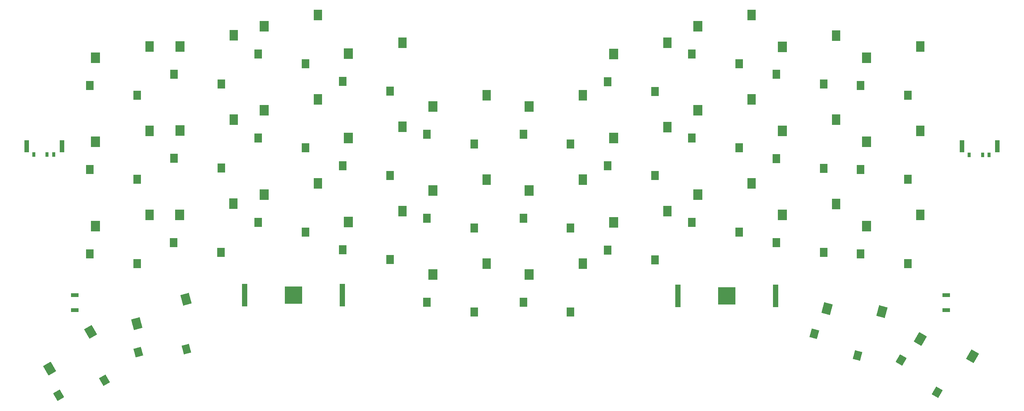
<source format=gbp>
G04 #@! TF.GenerationSoftware,KiCad,Pcbnew,(6.0.9)*
G04 #@! TF.CreationDate,2023-01-06T00:22:53-03:00*
G04 #@! TF.ProjectId,pulso - hybrid -rev2,70756c73-6f20-42d2-9068-796272696420,0.3*
G04 #@! TF.SameCoordinates,Original*
G04 #@! TF.FileFunction,Paste,Bot*
G04 #@! TF.FilePolarity,Positive*
%FSLAX46Y46*%
G04 Gerber Fmt 4.6, Leading zero omitted, Abs format (unit mm)*
G04 Created by KiCad (PCBNEW (6.0.9)) date 2023-01-06 00:22:53*
%MOMM*%
%LPD*%
G01*
G04 APERTURE LIST*
G04 Aperture macros list*
%AMRotRect*
0 Rectangle, with rotation*
0 The origin of the aperture is its center*
0 $1 length*
0 $2 width*
0 $3 Rotation angle, in degrees counterclockwise*
0 Add horizontal line*
21,1,$1,$2,0,0,$3*%
G04 Aperture macros list end*
%ADD10R,1.990000X2.470000*%
%ADD11R,1.730000X2.000000*%
%ADD12R,1.690000X2.020000*%
%ADD13R,1.970000X2.460000*%
%ADD14RotRect,1.990000X2.470000X150.000000*%
%ADD15RotRect,1.730000X2.000000X150.000000*%
%ADD16RotRect,1.970000X2.460000X150.000000*%
%ADD17RotRect,1.690000X2.020000X150.000000*%
%ADD18RotRect,1.990000X2.470000X165.000000*%
%ADD19RotRect,1.730000X2.000000X165.000000*%
%ADD20RotRect,1.970000X2.460000X165.000000*%
%ADD21RotRect,1.690000X2.020000X165.000000*%
%ADD22R,1.700000X0.900000*%
%ADD23R,0.700000X1.000000*%
%ADD24R,1.000000X2.800000*%
%ADD25R,1.270000X5.080000*%
%ADD26R,3.960000X3.960000*%
%ADD27RotRect,1.990000X2.470000X15.000000*%
%ADD28RotRect,1.730000X2.000000X15.000000*%
%ADD29RotRect,1.970000X2.460000X15.000000*%
%ADD30RotRect,1.690000X2.020000X15.000000*%
%ADD31RotRect,1.990000X2.470000X30.000000*%
%ADD32RotRect,1.730000X2.000000X30.000000*%
%ADD33RotRect,1.970000X2.460000X30.000000*%
%ADD34RotRect,1.690000X2.020000X30.000000*%
G04 APERTURE END LIST*
D10*
X154980000Y-70170000D03*
D11*
X153660000Y-76425000D03*
D12*
X164320000Y-78635000D03*
D13*
X167110000Y-67675000D03*
D10*
X212005000Y-75695000D03*
D11*
X210685000Y-81950000D03*
D13*
X224135000Y-73200000D03*
D12*
X221345000Y-84160000D03*
D11*
X153660000Y-114425000D03*
D10*
X154980000Y-108170000D03*
D12*
X164320000Y-116635000D03*
D13*
X167110000Y-105675000D03*
D11*
X55975000Y-84433000D03*
D10*
X57295000Y-78178000D03*
D12*
X66635000Y-86643000D03*
D13*
X69425000Y-75683000D03*
D10*
X212005000Y-56695000D03*
D11*
X210685000Y-62950000D03*
D12*
X221345000Y-65160000D03*
D13*
X224135000Y-54200000D03*
D10*
X230960000Y-97178000D03*
D11*
X229640000Y-103433000D03*
D12*
X240300000Y-105643000D03*
D13*
X243090000Y-94683000D03*
D10*
X95275000Y-52070000D03*
D11*
X93955000Y-58325000D03*
D12*
X104615000Y-60535000D03*
D13*
X107405000Y-49575000D03*
D11*
X74955000Y-62893000D03*
D10*
X76275000Y-56638000D03*
D13*
X88405000Y-54143000D03*
D12*
X85615000Y-65103000D03*
D11*
X93955000Y-96325000D03*
D10*
X95275000Y-90070000D03*
D13*
X107405000Y-87575000D03*
D12*
X104615000Y-98535000D03*
D11*
X172662500Y-64587500D03*
D10*
X173982500Y-58332500D03*
D13*
X186112500Y-55837500D03*
D12*
X183322500Y-66797500D03*
D14*
X243097761Y-122693805D03*
D15*
X238827108Y-127450794D03*
D16*
X254850149Y-126598072D03*
D17*
X246953938Y-134694710D03*
D18*
X222132634Y-115812960D03*
D19*
X219238699Y-121513184D03*
D20*
X234495068Y-116542450D03*
D21*
X228963478Y-126406892D03*
D11*
X191660000Y-77325000D03*
D10*
X192980000Y-71070000D03*
D13*
X205110000Y-68575000D03*
D12*
X202320000Y-79535000D03*
D11*
X55975000Y-103433000D03*
D10*
X57295000Y-97178000D03*
D12*
X66635000Y-105643000D03*
D13*
X69425000Y-94683000D03*
D10*
X133275000Y-70170000D03*
D11*
X131955000Y-76425000D03*
D12*
X142615000Y-78635000D03*
D13*
X145405000Y-67675000D03*
D11*
X172662500Y-83587500D03*
D10*
X173982500Y-77332500D03*
D12*
X183322500Y-85797500D03*
D13*
X186112500Y-74837500D03*
D11*
X112955000Y-102550000D03*
D10*
X114275000Y-96295000D03*
D13*
X126405000Y-93800000D03*
D12*
X123615000Y-104760000D03*
D11*
X131955000Y-114425000D03*
D10*
X133275000Y-108170000D03*
D13*
X145405000Y-105675000D03*
D12*
X142615000Y-116635000D03*
D10*
X133275000Y-89170000D03*
D11*
X131955000Y-95425000D03*
D12*
X142615000Y-97635000D03*
D13*
X145405000Y-86675000D03*
D10*
X212005000Y-94695000D03*
D11*
X210685000Y-100950000D03*
D13*
X224135000Y-92200000D03*
D12*
X221345000Y-103160000D03*
D11*
X93955000Y-77325000D03*
D10*
X95275000Y-71070000D03*
D12*
X104615000Y-79535000D03*
D13*
X107405000Y-68575000D03*
D11*
X191660000Y-96325000D03*
D10*
X192980000Y-90070000D03*
D13*
X205110000Y-87575000D03*
D12*
X202320000Y-98535000D03*
D10*
X114275000Y-77295000D03*
D11*
X112955000Y-83550000D03*
D12*
X123615000Y-85760000D03*
D13*
X126405000Y-74800000D03*
D10*
X230960000Y-59178000D03*
D11*
X229640000Y-65433000D03*
D13*
X243090000Y-56683000D03*
D12*
X240300000Y-67643000D03*
D10*
X57295000Y-59178000D03*
D11*
X55975000Y-65433000D03*
D13*
X69425000Y-56683000D03*
D12*
X66635000Y-67643000D03*
D11*
X74955000Y-81893000D03*
D10*
X76275000Y-75638000D03*
D12*
X85615000Y-84103000D03*
D13*
X88405000Y-73143000D03*
D10*
X76230000Y-94645000D03*
D11*
X74910000Y-100900000D03*
D13*
X88360000Y-92150000D03*
D12*
X85570000Y-103110000D03*
D11*
X229640000Y-84433000D03*
D10*
X230960000Y-78178000D03*
D12*
X240300000Y-86643000D03*
D13*
X243090000Y-75683000D03*
D11*
X153660000Y-95425000D03*
D10*
X154980000Y-89170000D03*
D13*
X167110000Y-86675000D03*
D12*
X164320000Y-97635000D03*
D10*
X192980000Y-52070000D03*
D11*
X191660000Y-58325000D03*
D13*
X205110000Y-49575000D03*
D12*
X202320000Y-60535000D03*
D10*
X173982500Y-96332500D03*
D11*
X172662500Y-102587500D03*
D13*
X186112500Y-93837500D03*
D12*
X183322500Y-104797500D03*
D11*
X112955000Y-64550000D03*
D10*
X114275000Y-58295000D03*
D12*
X123615000Y-66760000D03*
D13*
X126405000Y-55800000D03*
D22*
X248914000Y-112783000D03*
X248914000Y-116183000D03*
D23*
X254125000Y-81080000D03*
X257125000Y-81080000D03*
X258625000Y-81080000D03*
D24*
X252525000Y-79180000D03*
X260475000Y-79180000D03*
D25*
X210485000Y-112950000D03*
X188515000Y-112950000D03*
D26*
X199500000Y-112950000D03*
D23*
X43350000Y-81075000D03*
X46350000Y-81075000D03*
X47850000Y-81075000D03*
D24*
X49700000Y-79175000D03*
X41750000Y-79175000D03*
D27*
X66555893Y-119257841D03*
D28*
X66899784Y-125641348D03*
D29*
X77626820Y-113708381D03*
D30*
X77768543Y-125017033D03*
D31*
X46937761Y-129338805D03*
D32*
X48922108Y-135415794D03*
D33*
X56195149Y-121113072D03*
D34*
X59258938Y-131999710D03*
D25*
X90915000Y-112800000D03*
X112885000Y-112800000D03*
D26*
X101900000Y-112800000D03*
D22*
X52629000Y-112783000D03*
X52629000Y-116183000D03*
M02*

</source>
